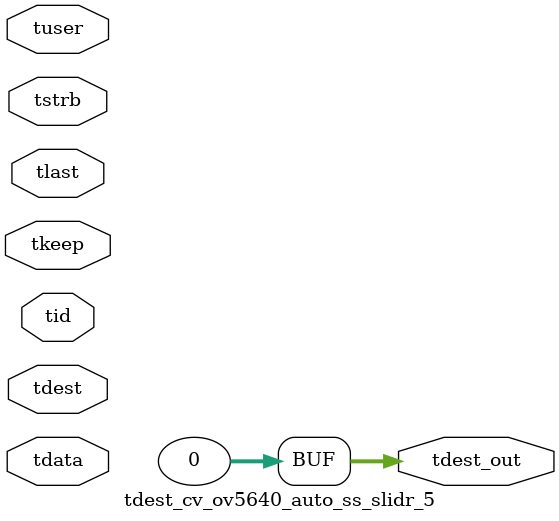
<source format=v>


`timescale 1ps/1ps

module tdest_cv_ov5640_auto_ss_slidr_5 #
(
parameter C_S_AXIS_TDATA_WIDTH = 32,
parameter C_S_AXIS_TUSER_WIDTH = 0,
parameter C_S_AXIS_TID_WIDTH   = 0,
parameter C_S_AXIS_TDEST_WIDTH = 0,
parameter C_M_AXIS_TDEST_WIDTH = 32
)
(
input  [(C_S_AXIS_TDATA_WIDTH == 0 ? 1 : C_S_AXIS_TDATA_WIDTH)-1:0     ] tdata,
input  [(C_S_AXIS_TUSER_WIDTH == 0 ? 1 : C_S_AXIS_TUSER_WIDTH)-1:0     ] tuser,
input  [(C_S_AXIS_TID_WIDTH   == 0 ? 1 : C_S_AXIS_TID_WIDTH)-1:0       ] tid,
input  [(C_S_AXIS_TDEST_WIDTH == 0 ? 1 : C_S_AXIS_TDEST_WIDTH)-1:0     ] tdest,
input  [(C_S_AXIS_TDATA_WIDTH/8)-1:0 ] tkeep,
input  [(C_S_AXIS_TDATA_WIDTH/8)-1:0 ] tstrb,
input                                                                    tlast,
output [C_M_AXIS_TDEST_WIDTH-1:0] tdest_out
);

assign tdest_out = {1'b0};

endmodule


</source>
